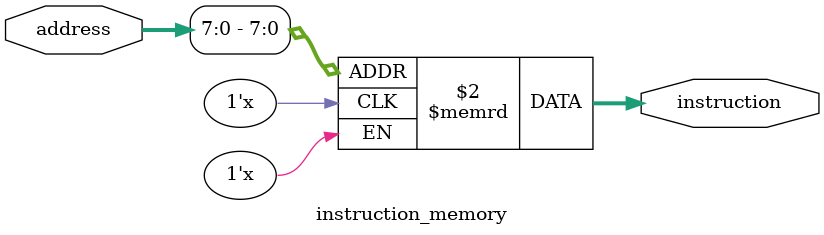
<source format=v>
module instruction_memory (
    input wire [31:0] address,
    output reg [31:0] instruction
);
    reg [31:0] mem [255:0];

    always @(*) begin
        instruction <= mem[address[7:0]];
    end

endmodule

</source>
